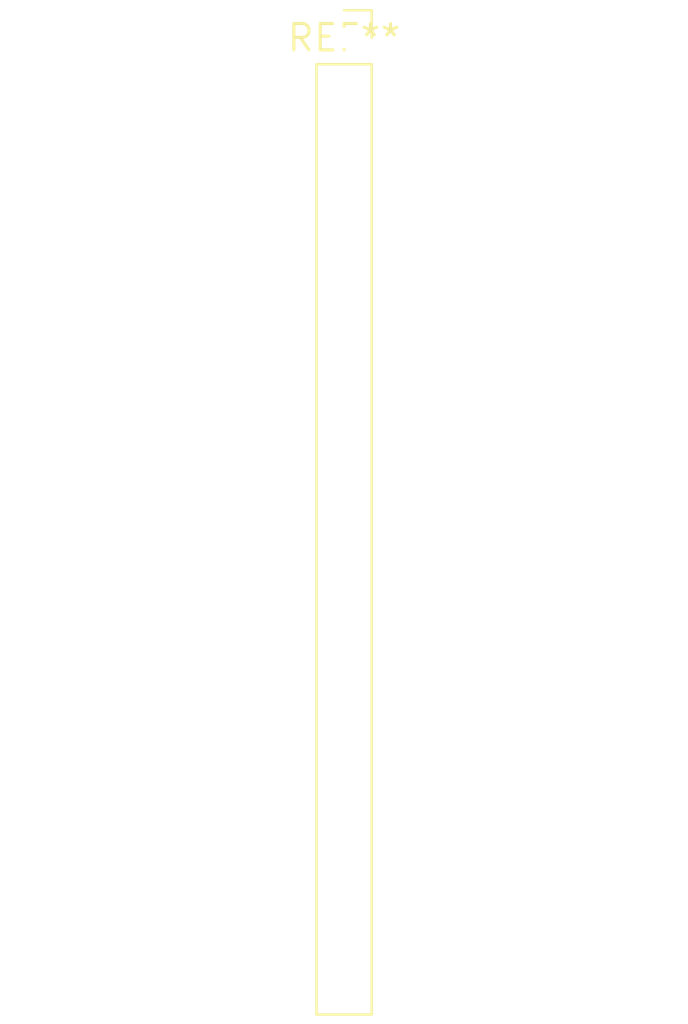
<source format=kicad_pcb>
(kicad_pcb (version 20240108) (generator pcbnew)
  (layers (0 "F.Cu" signal) (31 "B.Cu" signal) (34 "B.Paste" user) (35 "F.Paste" user) (36 "B.SilkS" user "B.Silkscreen") (37 "F.SilkS" user "F.Silkscreen") (38 "B.Mask" user) (39 "F.Mask" user) (44 "Edge.Cuts" user))
  (net 0 "")
  (footprint "PinSocket_1x19_P2.54mm_Vertical" (layer "F.Cu") (at 0 0)
    (property "Reference" "REF**")
    (property "Value" "PinSocket_1x19_P2.54mm_Vertical")
    (fp_line (start -1.33 1.27) (end -1.33 47.05) (layer "F.SilkS") (stroke (width 0.12)))
    (fp_line (start -1.33 1.27) (end 1.33 1.27) (layer "F.SilkS") (stroke (width 0.12)))
    (fp_line (start -1.33 47.05) (end 1.33 47.05) (layer "F.SilkS") (stroke (width 0.12)))
    (fp_line (start 0 -1.33) (end 1.33 -1.33) (layer "F.SilkS") (stroke (width 0.12)))
    (fp_line (start 1.33 -1.33) (end 1.33 0) (layer "F.SilkS") (stroke (width 0.12)))
    (fp_line (start 1.33 1.27) (end 1.33 47.05) (layer "F.SilkS") (stroke (width 0.12)))
    (pad "1" thru_hole rect (at 0 0) (size 1.7 1.7) (drill 1) (layers *.Cu *.Mask) (remove_unused_layers))
    (pad "2" thru_hole oval (at 0 2.54) (size 1.7 1.7) (drill 1) (layers *.Cu *.Mask) (remove_unused_layers))
    (pad "3" thru_hole oval (at 0 5.08) (size 1.7 1.7) (drill 1) (layers *.Cu *.Mask) (remove_unused_layers))
    (pad "4" thru_hole oval (at 0 7.62) (size 1.7 1.7) (drill 1) (layers *.Cu *.Mask) (remove_unused_layers))
    (pad "5" thru_hole oval (at 0 10.16) (size 1.7 1.7) (drill 1) (layers *.Cu *.Mask) (remove_unused_layers))
    (pad "6" thru_hole oval (at 0 12.7) (size 1.7 1.7) (drill 1) (layers *.Cu *.Mask) (remove_unused_layers))
    (pad "7" thru_hole oval (at 0 15.24) (size 1.7 1.7) (drill 1) (layers *.Cu *.Mask) (remove_unused_layers))
    (pad "8" thru_hole oval (at 0 17.78) (size 1.7 1.7) (drill 1) (layers *.Cu *.Mask) (remove_unused_layers))
    (pad "9" thru_hole oval (at 0 20.32) (size 1.7 1.7) (drill 1) (layers *.Cu *.Mask) (remove_unused_layers))
    (pad "10" thru_hole oval (at 0 22.86) (size 1.7 1.7) (drill 1) (layers *.Cu *.Mask) (remove_unused_layers))
    (pad "11" thru_hole oval (at 0 25.4) (size 1.7 1.7) (drill 1) (layers *.Cu *.Mask) (remove_unused_layers))
    (pad "12" thru_hole oval (at 0 27.94) (size 1.7 1.7) (drill 1) (layers *.Cu *.Mask) (remove_unused_layers))
    (pad "13" thru_hole oval (at 0 30.48) (size 1.7 1.7) (drill 1) (layers *.Cu *.Mask) (remove_unused_layers))
    (pad "14" thru_hole oval (at 0 33.02) (size 1.7 1.7) (drill 1) (layers *.Cu *.Mask) (remove_unused_layers))
    (pad "15" thru_hole oval (at 0 35.56) (size 1.7 1.7) (drill 1) (layers *.Cu *.Mask) (remove_unused_layers))
    (pad "16" thru_hole oval (at 0 38.1) (size 1.7 1.7) (drill 1) (layers *.Cu *.Mask) (remove_unused_layers))
    (pad "17" thru_hole oval (at 0 40.64) (size 1.7 1.7) (drill 1) (layers *.Cu *.Mask) (remove_unused_layers))
    (pad "18" thru_hole oval (at 0 43.18) (size 1.7 1.7) (drill 1) (layers *.Cu *.Mask) (remove_unused_layers))
    (pad "19" thru_hole oval (at 0 45.72) (size 1.7 1.7) (drill 1) (layers *.Cu *.Mask) (remove_unused_layers))
  )
)
</source>
